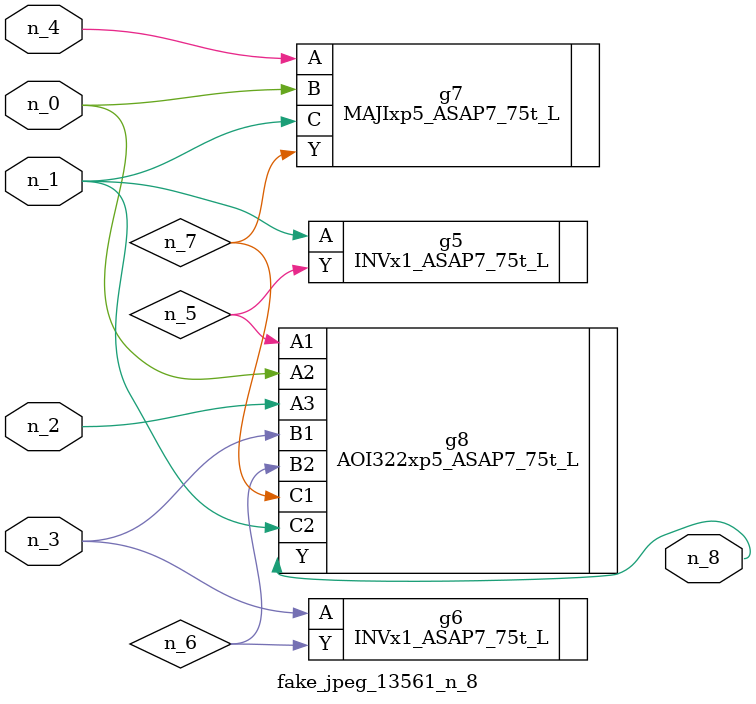
<source format=v>
module fake_jpeg_13561_n_8 (n_3, n_2, n_1, n_0, n_4, n_8);

input n_3;
input n_2;
input n_1;
input n_0;
input n_4;

output n_8;

wire n_6;
wire n_5;
wire n_7;

INVx1_ASAP7_75t_L g5 ( 
.A(n_1),
.Y(n_5)
);

INVx1_ASAP7_75t_L g6 ( 
.A(n_3),
.Y(n_6)
);

MAJIxp5_ASAP7_75t_L g7 ( 
.A(n_4),
.B(n_0),
.C(n_1),
.Y(n_7)
);

AOI322xp5_ASAP7_75t_L g8 ( 
.A1(n_5),
.A2(n_0),
.A3(n_2),
.B1(n_3),
.B2(n_6),
.C1(n_7),
.C2(n_1),
.Y(n_8)
);


endmodule
</source>
